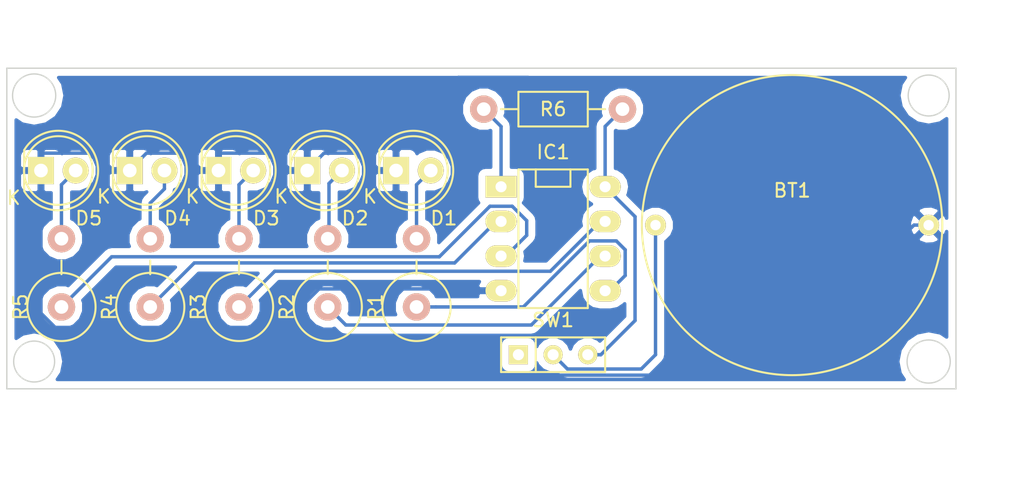
<source format=kicad_pcb>
(kicad_pcb (version 4) (host pcbnew "(2015-06-30 BZR 5847, Git 785638a)-product")

  (general
    (links 20)
    (no_connects 0)
    (area 125.449999 84.949999 195.050001 108.550001)
    (thickness 1.6)
    (drawings 8)
    (tracks 90)
    (zones 0)
    (modules 14)
    (nets 16)
  )

  (page A4)
  (layers
    (0 F.Cu signal)
    (31 B.Cu signal)
    (32 B.Adhes user)
    (33 F.Adhes user)
    (34 B.Paste user)
    (35 F.Paste user)
    (36 B.SilkS user)
    (37 F.SilkS user)
    (38 B.Mask user)
    (39 F.Mask user)
    (40 Dwgs.User user)
    (41 Cmts.User user)
    (42 Eco1.User user)
    (43 Eco2.User user)
    (44 Edge.Cuts user)
    (45 Margin user)
    (46 B.CrtYd user)
    (47 F.CrtYd user)
    (48 B.Fab user)
    (49 F.Fab user)
  )

  (setup
    (last_trace_width 0.25)
    (trace_clearance 0.2)
    (zone_clearance 0.508)
    (zone_45_only no)
    (trace_min 0.2)
    (segment_width 0.2)
    (edge_width 0.1)
    (via_size 0.6)
    (via_drill 0.4)
    (via_min_size 0.4)
    (via_min_drill 0.3)
    (uvia_size 0.3)
    (uvia_drill 0.1)
    (uvias_allowed no)
    (uvia_min_size 0.2)
    (uvia_min_drill 0.1)
    (pcb_text_width 0.3)
    (pcb_text_size 1.5 1.5)
    (mod_edge_width 0.15)
    (mod_text_size 1 1)
    (mod_text_width 0.15)
    (pad_size 1.5 1.5)
    (pad_drill 0.6)
    (pad_to_mask_clearance 0)
    (aux_axis_origin 0 0)
    (visible_elements 7FFFFFFF)
    (pcbplotparams
      (layerselection 0x00030_80000001)
      (usegerberextensions false)
      (excludeedgelayer true)
      (linewidth 0.100000)
      (plotframeref false)
      (viasonmask false)
      (mode 1)
      (useauxorigin false)
      (hpglpennumber 1)
      (hpglpenspeed 20)
      (hpglpendiameter 15)
      (hpglpenoverlay 2)
      (psnegative false)
      (psa4output false)
      (plotreference true)
      (plotvalue true)
      (plotinvisibletext false)
      (padsonsilk false)
      (subtractmaskfromsilk false)
      (outputformat 1)
      (mirror false)
      (drillshape 1)
      (scaleselection 1)
      (outputdirectory ""))
  )

  (net 0 "")
  (net 1 GND)
  (net 2 /D0)
  (net 3 /D1)
  (net 4 /D2)
  (net 5 /D3)
  (net 6 /D4)
  (net 7 /~R)
  (net 8 "Net-(IC1-Pad2)")
  (net 9 "Net-(IC1-Pad3)")
  (net 10 /MOSI)
  (net 11 /MISO)
  (net 12 /SCK)
  (net 13 /3V3)
  (net 14 "Net-(SW1-Pad1)")
  (net 15 "Net-(BT1-Pad1)")

  (net_class Default "This is the default net class."
    (clearance 0.2)
    (trace_width 0.25)
    (via_dia 0.6)
    (via_drill 0.4)
    (uvia_dia 0.3)
    (uvia_drill 0.1)
    (add_net /3V3)
    (add_net /D0)
    (add_net /D1)
    (add_net /D2)
    (add_net /D3)
    (add_net /D4)
    (add_net /MISO)
    (add_net /MOSI)
    (add_net /SCK)
    (add_net /~R)
    (add_net GND)
    (add_net "Net-(BT1-Pad1)")
    (add_net "Net-(IC1-Pad2)")
    (add_net "Net-(IC1-Pad3)")
    (add_net "Net-(SW1-Pad1)")
  )

  (module LEDs:LED-5MM (layer F.Cu) (tedit 560CF2E6) (tstamp 560BD7BC)
    (at 154 92.5)
    (descr "LED 5mm round vertical")
    (tags "LED 5mm round vertical")
    (path /560BB104)
    (fp_text reference D1 (at 3.5 3.5) (layer F.SilkS)
      (effects (font (size 1 1) (thickness 0.15)))
    )
    (fp_text value LED (at 1.524 -3.937) (layer F.Fab)
      (effects (font (size 1 1) (thickness 0.15)))
    )
    (fp_line (start -1.5 -1.55) (end -1.5 1.55) (layer F.CrtYd) (width 0.05))
    (fp_arc (start 1.3 0) (end -1.5 1.55) (angle -302) (layer F.CrtYd) (width 0.05))
    (fp_arc (start 1.27 0) (end -1.23 -1.5) (angle 297.5) (layer F.SilkS) (width 0.15))
    (fp_line (start -1.23 1.5) (end -1.23 -1.5) (layer F.SilkS) (width 0.15))
    (fp_circle (center 1.27 0) (end 0.97 -2.5) (layer F.SilkS) (width 0.15))
    (fp_text user K (at -1.905 1.905) (layer F.SilkS)
      (effects (font (size 1 1) (thickness 0.15)))
    )
    (pad 1 thru_hole rect (at 0 0 90) (size 2 1.9) (drill 1.00076) (layers *.Cu *.Mask F.SilkS)
      (net 1 GND))
    (pad 2 thru_hole circle (at 2.54 0) (size 1.9 1.9) (drill 1.00076) (layers *.Cu *.Mask F.SilkS)
      (net 2 /D0))
    (model LEDs.3dshapes/LED-5MM.wrl
      (at (xyz 0.05 0 0))
      (scale (xyz 1 1 1))
      (rotate (xyz 0 0 90))
    )
  )

  (module LEDs:LED-5MM (layer F.Cu) (tedit 560CF2E4) (tstamp 560BD7C2)
    (at 147.5 92.5)
    (descr "LED 5mm round vertical")
    (tags "LED 5mm round vertical")
    (path /560BB1FF)
    (fp_text reference D2 (at 3.5 3.5) (layer F.SilkS)
      (effects (font (size 1 1) (thickness 0.15)))
    )
    (fp_text value LED (at 1.524 -3.937) (layer F.Fab)
      (effects (font (size 1 1) (thickness 0.15)))
    )
    (fp_line (start -1.5 -1.55) (end -1.5 1.55) (layer F.CrtYd) (width 0.05))
    (fp_arc (start 1.3 0) (end -1.5 1.55) (angle -302) (layer F.CrtYd) (width 0.05))
    (fp_arc (start 1.27 0) (end -1.23 -1.5) (angle 297.5) (layer F.SilkS) (width 0.15))
    (fp_line (start -1.23 1.5) (end -1.23 -1.5) (layer F.SilkS) (width 0.15))
    (fp_circle (center 1.27 0) (end 0.97 -2.5) (layer F.SilkS) (width 0.15))
    (fp_text user K (at -1.905 1.905) (layer F.SilkS)
      (effects (font (size 1 1) (thickness 0.15)))
    )
    (pad 1 thru_hole rect (at 0 0 90) (size 2 1.9) (drill 1.00076) (layers *.Cu *.Mask F.SilkS)
      (net 1 GND))
    (pad 2 thru_hole circle (at 2.54 0) (size 1.9 1.9) (drill 1.00076) (layers *.Cu *.Mask F.SilkS)
      (net 3 /D1))
    (model LEDs.3dshapes/LED-5MM.wrl
      (at (xyz 0.05 0 0))
      (scale (xyz 1 1 1))
      (rotate (xyz 0 0 90))
    )
  )

  (module LEDs:LED-5MM (layer F.Cu) (tedit 560CF2E0) (tstamp 560BD7C8)
    (at 141 92.5)
    (descr "LED 5mm round vertical")
    (tags "LED 5mm round vertical")
    (path /560BB22E)
    (fp_text reference D3 (at 3.5 3.5) (layer F.SilkS)
      (effects (font (size 1 1) (thickness 0.15)))
    )
    (fp_text value LED (at 1.524 -3.937) (layer F.Fab)
      (effects (font (size 1 1) (thickness 0.15)))
    )
    (fp_line (start -1.5 -1.55) (end -1.5 1.55) (layer F.CrtYd) (width 0.05))
    (fp_arc (start 1.3 0) (end -1.5 1.55) (angle -302) (layer F.CrtYd) (width 0.05))
    (fp_arc (start 1.27 0) (end -1.23 -1.5) (angle 297.5) (layer F.SilkS) (width 0.15))
    (fp_line (start -1.23 1.5) (end -1.23 -1.5) (layer F.SilkS) (width 0.15))
    (fp_circle (center 1.27 0) (end 0.97 -2.5) (layer F.SilkS) (width 0.15))
    (fp_text user K (at -1.905 1.905) (layer F.SilkS)
      (effects (font (size 1 1) (thickness 0.15)))
    )
    (pad 1 thru_hole rect (at 0 0 90) (size 2 1.9) (drill 1.00076) (layers *.Cu *.Mask F.SilkS)
      (net 1 GND))
    (pad 2 thru_hole circle (at 2.54 0) (size 1.9 1.9) (drill 1.00076) (layers *.Cu *.Mask F.SilkS)
      (net 4 /D2))
    (model LEDs.3dshapes/LED-5MM.wrl
      (at (xyz 0.05 0 0))
      (scale (xyz 1 1 1))
      (rotate (xyz 0 0 90))
    )
  )

  (module LEDs:LED-5MM (layer F.Cu) (tedit 560CF2DE) (tstamp 560BD7CE)
    (at 134.5 92.5)
    (descr "LED 5mm round vertical")
    (tags "LED 5mm round vertical")
    (path /560BB260)
    (fp_text reference D4 (at 3.5 3.5) (layer F.SilkS)
      (effects (font (size 1 1) (thickness 0.15)))
    )
    (fp_text value LED (at 1.524 -3.937) (layer F.Fab)
      (effects (font (size 1 1) (thickness 0.15)))
    )
    (fp_line (start -1.5 -1.55) (end -1.5 1.55) (layer F.CrtYd) (width 0.05))
    (fp_arc (start 1.3 0) (end -1.5 1.55) (angle -302) (layer F.CrtYd) (width 0.05))
    (fp_arc (start 1.27 0) (end -1.23 -1.5) (angle 297.5) (layer F.SilkS) (width 0.15))
    (fp_line (start -1.23 1.5) (end -1.23 -1.5) (layer F.SilkS) (width 0.15))
    (fp_circle (center 1.27 0) (end 0.97 -2.5) (layer F.SilkS) (width 0.15))
    (fp_text user K (at -1.905 1.905) (layer F.SilkS)
      (effects (font (size 1 1) (thickness 0.15)))
    )
    (pad 1 thru_hole rect (at 0 0 90) (size 2 1.9) (drill 1.00076) (layers *.Cu *.Mask F.SilkS)
      (net 1 GND))
    (pad 2 thru_hole circle (at 2.54 0) (size 1.9 1.9) (drill 1.00076) (layers *.Cu *.Mask F.SilkS)
      (net 5 /D3))
    (model LEDs.3dshapes/LED-5MM.wrl
      (at (xyz 0.05 0 0))
      (scale (xyz 1 1 1))
      (rotate (xyz 0 0 90))
    )
  )

  (module LEDs:LED-5MM (layer F.Cu) (tedit 560CF2EF) (tstamp 560BD7D4)
    (at 128 92.5)
    (descr "LED 5mm round vertical")
    (tags "LED 5mm round vertical")
    (path /560BB295)
    (fp_text reference D5 (at 3.5 3.5) (layer F.SilkS)
      (effects (font (size 1 1) (thickness 0.15)))
    )
    (fp_text value LED (at 2.5 -4) (layer F.Fab)
      (effects (font (size 1 1) (thickness 0.15)))
    )
    (fp_line (start -1.5 -1.55) (end -1.5 1.55) (layer F.CrtYd) (width 0.05))
    (fp_arc (start 1.3 0) (end -1.5 1.55) (angle -302) (layer F.CrtYd) (width 0.05))
    (fp_arc (start 1.27 0) (end -1.23 -1.5) (angle 297.5) (layer F.SilkS) (width 0.15))
    (fp_line (start -1.23 1.5) (end -1.23 -1.5) (layer F.SilkS) (width 0.15))
    (fp_circle (center 1.27 0) (end 0.97 -2.5) (layer F.SilkS) (width 0.15))
    (fp_text user K (at -2 2) (layer F.SilkS)
      (effects (font (size 1 1) (thickness 0.15)))
    )
    (pad 1 thru_hole rect (at 0 0 90) (size 2 1.9) (drill 1.00076) (layers *.Cu *.Mask F.SilkS)
      (net 1 GND))
    (pad 2 thru_hole circle (at 2.54 0) (size 1.9 1.9) (drill 1.00076) (layers *.Cu *.Mask F.SilkS)
      (net 6 /D4))
    (model LEDs.3dshapes/LED-5MM.wrl
      (at (xyz 0.05 0 0))
      (scale (xyz 1 1 1))
      (rotate (xyz 0 0 90))
    )
  )

  (module Sockets_DIP:DIP-8__300_ELL (layer F.Cu) (tedit 0) (tstamp 560BD7E0)
    (at 165.5 97.5 270)
    (descr "8 pins DIL package, elliptical pads")
    (tags DIL)
    (path /560BAE1F)
    (fp_text reference IC1 (at -6.35 0 360) (layer F.SilkS)
      (effects (font (size 1 1) (thickness 0.15)))
    )
    (fp_text value ATTINY85-P (at 0 0 270) (layer F.Fab)
      (effects (font (size 1 1) (thickness 0.15)))
    )
    (fp_line (start -5.08 -1.27) (end -3.81 -1.27) (layer F.SilkS) (width 0.15))
    (fp_line (start -3.81 -1.27) (end -3.81 1.27) (layer F.SilkS) (width 0.15))
    (fp_line (start -3.81 1.27) (end -5.08 1.27) (layer F.SilkS) (width 0.15))
    (fp_line (start -5.08 -2.54) (end 5.08 -2.54) (layer F.SilkS) (width 0.15))
    (fp_line (start 5.08 -2.54) (end 5.08 2.54) (layer F.SilkS) (width 0.15))
    (fp_line (start 5.08 2.54) (end -5.08 2.54) (layer F.SilkS) (width 0.15))
    (fp_line (start -5.08 2.54) (end -5.08 -2.54) (layer F.SilkS) (width 0.15))
    (pad 1 thru_hole rect (at -3.81 3.81 270) (size 1.5748 2.286) (drill 0.8128) (layers *.Cu *.Mask F.SilkS)
      (net 7 /~R))
    (pad 2 thru_hole oval (at -1.27 3.81 270) (size 1.5748 2.286) (drill 0.8128) (layers *.Cu *.Mask F.SilkS)
      (net 8 "Net-(IC1-Pad2)"))
    (pad 3 thru_hole oval (at 1.27 3.81 270) (size 1.5748 2.286) (drill 0.8128) (layers *.Cu *.Mask F.SilkS)
      (net 9 "Net-(IC1-Pad3)"))
    (pad 4 thru_hole oval (at 3.81 3.81 270) (size 1.5748 2.286) (drill 0.8128) (layers *.Cu *.Mask F.SilkS)
      (net 1 GND))
    (pad 5 thru_hole oval (at 3.81 -3.81 270) (size 1.5748 2.286) (drill 0.8128) (layers *.Cu *.Mask F.SilkS)
      (net 10 /MOSI))
    (pad 6 thru_hole oval (at 1.27 -3.81 270) (size 1.5748 2.286) (drill 0.8128) (layers *.Cu *.Mask F.SilkS)
      (net 11 /MISO))
    (pad 7 thru_hole oval (at -1.27 -3.81 270) (size 1.5748 2.286) (drill 0.8128) (layers *.Cu *.Mask F.SilkS)
      (net 12 /SCK))
    (pad 8 thru_hole oval (at -3.81 -3.81 270) (size 1.5748 2.286) (drill 0.8128) (layers *.Cu *.Mask F.SilkS)
      (net 13 /3V3))
    (model Sockets_DIP.3dshapes/DIP-8__300_ELL.wrl
      (at (xyz 0 0 0))
      (scale (xyz 1 1 1))
      (rotate (xyz 0 0 0))
    )
  )

  (module Resistors_ThroughHole:Resistor_Vertical_RM5mm (layer F.Cu) (tedit 560CF2D5) (tstamp 560BD7F0)
    (at 155.5 100 90)
    (descr "Resistor, Vertical, RM 5mm, 1/3W,")
    (tags "Resistor, Vertical, RM 5mm, 1/3W,")
    (path /560BAEE9)
    (fp_text reference R1 (at -2.5 -3 90) (layer F.SilkS)
      (effects (font (size 1 1) (thickness 0.15)))
    )
    (fp_text value 1K (at 0 4.50088 90) (layer F.Fab)
      (effects (font (size 1 1) (thickness 0.15)))
    )
    (fp_line (start -0.09906 0) (end 0.9017 0) (layer F.SilkS) (width 0.15))
    (fp_circle (center -2.49936 0) (end 0 0) (layer F.SilkS) (width 0.15))
    (pad 1 thru_hole circle (at -2.49936 0 90) (size 1.99898 1.99898) (drill 1.00076) (layers *.Cu *.SilkS *.Mask)
      (net 10 /MOSI))
    (pad 2 thru_hole circle (at 2.5019 0 90) (size 1.99898 1.99898) (drill 1.00076) (layers *.Cu *.SilkS *.Mask)
      (net 2 /D0))
  )

  (module Resistors_ThroughHole:Resistor_Vertical_RM5mm (layer F.Cu) (tedit 560CF2D3) (tstamp 560BD7F6)
    (at 149 100 90)
    (descr "Resistor, Vertical, RM 5mm, 1/3W,")
    (tags "Resistor, Vertical, RM 5mm, 1/3W,")
    (path /560BAFBA)
    (fp_text reference R2 (at -2.5 -3 90) (layer F.SilkS)
      (effects (font (size 1 1) (thickness 0.15)))
    )
    (fp_text value 1K (at 0 4.50088 90) (layer F.Fab)
      (effects (font (size 1 1) (thickness 0.15)))
    )
    (fp_line (start -0.09906 0) (end 0.9017 0) (layer F.SilkS) (width 0.15))
    (fp_circle (center -2.49936 0) (end 0 0) (layer F.SilkS) (width 0.15))
    (pad 1 thru_hole circle (at -2.49936 0 90) (size 1.99898 1.99898) (drill 1.00076) (layers *.Cu *.SilkS *.Mask)
      (net 11 /MISO))
    (pad 2 thru_hole circle (at 2.5019 0 90) (size 1.99898 1.99898) (drill 1.00076) (layers *.Cu *.SilkS *.Mask)
      (net 3 /D1))
  )

  (module Resistors_ThroughHole:Resistor_Vertical_RM5mm (layer F.Cu) (tedit 560CF2D1) (tstamp 560BD7FC)
    (at 142.5 100 90)
    (descr "Resistor, Vertical, RM 5mm, 1/3W,")
    (tags "Resistor, Vertical, RM 5mm, 1/3W,")
    (path /560BAFD7)
    (fp_text reference R3 (at -2.5 -3 90) (layer F.SilkS)
      (effects (font (size 1 1) (thickness 0.15)))
    )
    (fp_text value 1K (at 0 4.50088 90) (layer F.Fab)
      (effects (font (size 1 1) (thickness 0.15)))
    )
    (fp_line (start -0.09906 0) (end 0.9017 0) (layer F.SilkS) (width 0.15))
    (fp_circle (center -2.49936 0) (end 0 0) (layer F.SilkS) (width 0.15))
    (pad 1 thru_hole circle (at -2.49936 0 90) (size 1.99898 1.99898) (drill 1.00076) (layers *.Cu *.SilkS *.Mask)
      (net 12 /SCK))
    (pad 2 thru_hole circle (at 2.5019 0 90) (size 1.99898 1.99898) (drill 1.00076) (layers *.Cu *.SilkS *.Mask)
      (net 4 /D2))
  )

  (module Resistors_ThroughHole:Resistor_Vertical_RM5mm (layer F.Cu) (tedit 560CF2CC) (tstamp 560BD802)
    (at 136 100 90)
    (descr "Resistor, Vertical, RM 5mm, 1/3W,")
    (tags "Resistor, Vertical, RM 5mm, 1/3W,")
    (path /560BAFFF)
    (fp_text reference R4 (at -2.5 -3 90) (layer F.SilkS)
      (effects (font (size 1 1) (thickness 0.15)))
    )
    (fp_text value 1K (at 0 4.50088 90) (layer F.Fab)
      (effects (font (size 1 1) (thickness 0.15)))
    )
    (fp_line (start -0.09906 0) (end 0.9017 0) (layer F.SilkS) (width 0.15))
    (fp_circle (center -2.49936 0) (end 0 0) (layer F.SilkS) (width 0.15))
    (pad 1 thru_hole circle (at -2.49936 0 90) (size 1.99898 1.99898) (drill 1.00076) (layers *.Cu *.SilkS *.Mask)
      (net 8 "Net-(IC1-Pad2)"))
    (pad 2 thru_hole circle (at 2.5019 0 90) (size 1.99898 1.99898) (drill 1.00076) (layers *.Cu *.SilkS *.Mask)
      (net 5 /D3))
  )

  (module Resistors_ThroughHole:Resistor_Vertical_RM5mm (layer F.Cu) (tedit 560CF2CF) (tstamp 560BD808)
    (at 129.5 100 90)
    (descr "Resistor, Vertical, RM 5mm, 1/3W,")
    (tags "Resistor, Vertical, RM 5mm, 1/3W,")
    (path /560BB022)
    (fp_text reference R5 (at -2.5 -3 90) (layer F.SilkS)
      (effects (font (size 1 1) (thickness 0.15)))
    )
    (fp_text value 1K (at 0.762 2.032 90) (layer F.Fab)
      (effects (font (size 1 1) (thickness 0.15)))
    )
    (fp_line (start -0.09906 0) (end 0.9017 0) (layer F.SilkS) (width 0.15))
    (fp_circle (center -2.49936 0) (end 0 0) (layer F.SilkS) (width 0.15))
    (pad 1 thru_hole circle (at -2.49936 0 90) (size 1.99898 1.99898) (drill 1.00076) (layers *.Cu *.SilkS *.Mask)
      (net 9 "Net-(IC1-Pad3)"))
    (pad 2 thru_hole circle (at 2.5019 0 90) (size 1.99898 1.99898) (drill 1.00076) (layers *.Cu *.SilkS *.Mask)
      (net 6 /D4))
  )

  (module Resistors_ThroughHole:Resistor_Horizontal_RM10mm (layer F.Cu) (tedit 560CF2AB) (tstamp 560BD80E)
    (at 165.5 88)
    (descr "Resistor, Axial,  RM 10mm, 1/3W,")
    (tags "Resistor, Axial, RM 10mm, 1/3W,")
    (path /560BB048)
    (fp_text reference R6 (at 0 0) (layer F.SilkS)
      (effects (font (size 1 1) (thickness 0.15)))
    )
    (fp_text value 10K (at 3.81 3.81) (layer F.Fab)
      (effects (font (size 1 1) (thickness 0.15)))
    )
    (fp_line (start -2.54 -1.27) (end 2.54 -1.27) (layer F.SilkS) (width 0.15))
    (fp_line (start 2.54 -1.27) (end 2.54 1.27) (layer F.SilkS) (width 0.15))
    (fp_line (start 2.54 1.27) (end -2.54 1.27) (layer F.SilkS) (width 0.15))
    (fp_line (start -2.54 1.27) (end -2.54 -1.27) (layer F.SilkS) (width 0.15))
    (fp_line (start -2.54 0) (end -3.81 0) (layer F.SilkS) (width 0.15))
    (fp_line (start 2.54 0) (end 3.81 0) (layer F.SilkS) (width 0.15))
    (pad 1 thru_hole circle (at -5.08 0) (size 1.99898 1.99898) (drill 1.00076) (layers *.Cu *.SilkS *.Mask)
      (net 7 /~R))
    (pad 2 thru_hole circle (at 5.08 0) (size 1.99898 1.99898) (drill 1.00076) (layers *.Cu *.SilkS *.Mask)
      (net 13 /3V3))
    (model Resistors_ThroughHole.3dshapes/Resistor_Horizontal_RM10mm.wrl
      (at (xyz 0 0 0))
      (scale (xyz 0.4 0.4 0.4))
      (rotate (xyz 0 0 0))
    )
  )

  (module Buttons_Switches_ThroughHole:SW_Micro_SPST (layer F.Cu) (tedit 560CF407) (tstamp 560BD815)
    (at 165.5 106)
    (tags "Switch Micro SPST")
    (path /560BB533)
    (fp_text reference SW1 (at 0 -2.54) (layer F.SilkS)
      (effects (font (size 1 1) (thickness 0.15)))
    )
    (fp_text value SPDT (at -6.5 0) (layer F.Fab)
      (effects (font (size 1 1) (thickness 0.15)))
    )
    (fp_line (start -3.81 1.27) (end -3.81 -1.27) (layer F.SilkS) (width 0.15))
    (fp_line (start -3.81 -1.27) (end 3.81 -1.27) (layer F.SilkS) (width 0.15))
    (fp_line (start 3.81 -1.27) (end 3.81 1.27) (layer F.SilkS) (width 0.15))
    (fp_line (start 3.81 1.27) (end -3.81 1.27) (layer F.SilkS) (width 0.15))
    (fp_line (start -1.27 -1.27) (end -1.27 1.27) (layer F.SilkS) (width 0.15))
    (pad 1 thru_hole rect (at -2.54 0) (size 1.397 1.397) (drill 0.8128) (layers *.Cu *.Mask F.SilkS)
      (net 14 "Net-(SW1-Pad1)"))
    (pad 2 thru_hole circle (at 0 0) (size 1.397 1.397) (drill 0.8128) (layers *.Cu *.Mask F.SilkS)
      (net 15 "Net-(BT1-Pad1)"))
    (pad 3 thru_hole circle (at 2.54 0) (size 1.397 1.397) (drill 0.8128) (layers *.Cu *.Mask F.SilkS)
      (net 13 /3V3))
    (model Buttons_Switches_ThroughHole.3dshapes/SW_Micro_SPST.wrl
      (at (xyz 0 0 0))
      (scale (xyz 0.33 0.33 0.33))
      (rotate (xyz 0 0 0))
    )
  )

  (module terminal:CR2032 (layer F.Cu) (tedit 560BD848) (tstamp 560BD8E2)
    (at 183 96.5 180)
    (path /560BB5DC)
    (fp_text reference BT1 (at 0 2.54 180) (layer F.SilkS)
      (effects (font (size 1 1) (thickness 0.15)))
    )
    (fp_text value CR2032 (at 0 -3.556 180) (layer F.Fab)
      (effects (font (size 1 1) (thickness 0.15)))
    )
    (fp_circle (center 0 0) (end 11 0) (layer F.SilkS) (width 0.15))
    (pad 1 thru_hole circle (at 10 0 180) (size 1.524 1.524) (drill 0.762) (layers *.Cu *.Mask F.SilkS)
      (net 15 "Net-(BT1-Pad1)"))
    (pad 2 thru_hole circle (at -10 0 180) (size 1.524 1.524) (drill 0.762) (layers *.Cu *.Mask F.SilkS)
      (net 1 GND))
  )

  (gr_circle (center 127.5 87) (end 129 87.5) (layer Edge.Cuts) (width 0.1))
  (gr_circle (center 127.5 106.5) (end 129 106.5) (layer Edge.Cuts) (width 0.1))
  (gr_circle (center 193 106.5) (end 194.5 107) (layer Edge.Cuts) (width 0.1))
  (gr_circle (center 193 87) (end 194.5 87) (layer Edge.Cuts) (width 0.1))
  (gr_line (start 125.5 85) (end 195 85) (angle 90) (layer Edge.Cuts) (width 0.1))
  (gr_line (start 125.5 108.5) (end 125.5 85) (angle 90) (layer Edge.Cuts) (width 0.1))
  (gr_line (start 195 108.5) (end 125.5 108.5) (angle 90) (layer Edge.Cuts) (width 0.1))
  (gr_line (start 195 85) (end 195 108.5) (angle 90) (layer Edge.Cuts) (width 0.1))

  (segment (start 128 92.5) (end 128 102.959608) (width 0.25) (layer B.Cu) (net 1))
  (segment (start 128 102.959608) (end 129.040392 104) (width 0.25) (layer B.Cu) (net 1))
  (segment (start 129.040392 104) (end 146.5 104) (width 0.25) (layer B.Cu) (net 1))
  (segment (start 128 92.5) (end 128 91.25) (width 0.25) (layer B.Cu) (net 1))
  (segment (start 133.3 92.5) (end 134.5 92.5) (width 0.25) (layer B.Cu) (net 1))
  (segment (start 128 91.25) (end 128.025001 91.224999) (width 0.25) (layer B.Cu) (net 1))
  (segment (start 128.025001 91.224999) (end 132.024999 91.224999) (width 0.25) (layer B.Cu) (net 1))
  (segment (start 132.024999 91.224999) (end 133.3 92.5) (width 0.25) (layer B.Cu) (net 1))
  (segment (start 154 92.5) (end 154 91.25) (width 0.25) (layer B.Cu) (net 1))
  (segment (start 154 91.25) (end 158.574491 85.675509) (width 0.25) (layer B.Cu) (net 1))
  (segment (start 158.574491 85.675509) (end 163.675509 85.675509) (width 0.25) (layer B.Cu) (net 1))
  (segment (start 147.5 92.5) (end 147.5 92.45) (width 0.25) (layer B.Cu) (net 1))
  (segment (start 147.5 92.45) (end 148.725001 91.224999) (width 0.25) (layer B.Cu) (net 1))
  (segment (start 148.725001 91.224999) (end 151.524999 91.224999) (width 0.25) (layer B.Cu) (net 1))
  (segment (start 151.524999 91.224999) (end 152.8 92.5) (width 0.25) (layer B.Cu) (net 1))
  (segment (start 152.8 92.5) (end 154 92.5) (width 0.25) (layer B.Cu) (net 1))
  (segment (start 141 92.5) (end 141 91.25) (width 0.25) (layer B.Cu) (net 1))
  (segment (start 141 91.25) (end 141.025001 91.224999) (width 0.25) (layer B.Cu) (net 1))
  (segment (start 141.025001 91.224999) (end 145.024999 91.224999) (width 0.25) (layer B.Cu) (net 1))
  (segment (start 145.024999 91.224999) (end 146.3 92.5) (width 0.25) (layer B.Cu) (net 1))
  (segment (start 146.3 92.5) (end 147.5 92.5) (width 0.25) (layer B.Cu) (net 1))
  (segment (start 134.5 92.5) (end 134.5 92.45) (width 0.25) (layer B.Cu) (net 1))
  (segment (start 134.5 92.45) (end 135.725001 91.224999) (width 0.25) (layer B.Cu) (net 1))
  (segment (start 135.725001 91.224999) (end 138.524999 91.224999) (width 0.25) (layer B.Cu) (net 1))
  (segment (start 138.524999 91.224999) (end 139.8 92.5) (width 0.25) (layer B.Cu) (net 1))
  (segment (start 139.8 92.5) (end 141 92.5) (width 0.25) (layer B.Cu) (net 1))
  (segment (start 146.5 104) (end 146.5 103.039112) (width 0.25) (layer B.Cu) (net 1))
  (segment (start 146.5 103.039112) (end 148.364243 101.174869) (width 0.25) (layer B.Cu) (net 1))
  (segment (start 148.364243 101.174869) (end 160.161869 101.174869) (width 0.25) (layer B.Cu) (net 1))
  (segment (start 160.161869 101.174869) (end 160.297 101.31) (width 0.25) (layer B.Cu) (net 1))
  (segment (start 160.297 101.31) (end 161.69 101.31) (width 0.25) (layer B.Cu) (net 1))
  (segment (start 150 107.5) (end 146.5 104) (width 0.25) (layer B.Cu) (net 1))
  (segment (start 180.92237 107.5) (end 150 107.5) (width 0.25) (layer B.Cu) (net 1))
  (segment (start 193 96.5) (end 191.92237 96.5) (width 0.25) (layer B.Cu) (net 1))
  (segment (start 191.92237 96.5) (end 180.92237 107.5) (width 0.25) (layer B.Cu) (net 1))
  (segment (start 156.54 92.5) (end 155.5 93.54) (width 0.25) (layer B.Cu) (net 2))
  (segment (start 155.5 93.54) (end 155.5 97.4981) (width 0.25) (layer B.Cu) (net 2))
  (segment (start 150.04 92.5) (end 149.090001 93.449999) (width 0.25) (layer B.Cu) (net 3))
  (segment (start 149.090001 93.449999) (end 149.090001 97.408099) (width 0.25) (layer B.Cu) (net 3))
  (segment (start 149.090001 97.408099) (end 149 97.4981) (width 0.25) (layer B.Cu) (net 3))
  (segment (start 143.54 92.5) (end 142.5 93.54) (width 0.25) (layer B.Cu) (net 4))
  (segment (start 142.5 93.54) (end 142.5 97.4981) (width 0.25) (layer B.Cu) (net 4))
  (segment (start 137.04 92.5) (end 137.04 93.843502) (width 0.25) (layer B.Cu) (net 5))
  (segment (start 137.04 93.843502) (end 136 94.883502) (width 0.25) (layer B.Cu) (net 5))
  (segment (start 136 94.883502) (end 136 97.4981) (width 0.25) (layer B.Cu) (net 5))
  (segment (start 130.54 92.5) (end 129.5 93.54) (width 0.25) (layer B.Cu) (net 6))
  (segment (start 129.5 93.54) (end 129.5 97.4981) (width 0.25) (layer B.Cu) (net 6))
  (segment (start 161.69 93.69) (end 161.69 89.27) (width 0.25) (layer B.Cu) (net 7))
  (segment (start 161.69 89.27) (end 160.42 88) (width 0.25) (layer B.Cu) (net 7) (tstamp 560BDF0A))
  (segment (start 161.3344 96.23) (end 161.69 96.23) (width 0.25) (layer B.Cu) (net 8))
  (segment (start 158.291799 99.272601) (end 161.3344 96.23) (width 0.25) (layer B.Cu) (net 8))
  (segment (start 139.226759 99.272601) (end 158.291799 99.272601) (width 0.25) (layer B.Cu) (net 8))
  (segment (start 136 102.49936) (end 139.226759 99.272601) (width 0.25) (layer B.Cu) (net 8))
  (segment (start 162.0456 98.77) (end 161.69 98.77) (width 0.25) (layer B.Cu) (net 9))
  (segment (start 162.506375 95.11759) (end 163.566071 96.177286) (width 0.25) (layer B.Cu) (net 9))
  (segment (start 160.873625 95.11759) (end 162.506375 95.11759) (width 0.25) (layer B.Cu) (net 9))
  (segment (start 157.168624 98.822591) (end 160.873625 95.11759) (width 0.25) (layer B.Cu) (net 9))
  (segment (start 129.5 102.49936) (end 133.176769 98.822591) (width 0.25) (layer B.Cu) (net 9))
  (segment (start 163.566071 97.249529) (end 162.0456 98.77) (width 0.25) (layer B.Cu) (net 9))
  (segment (start 163.566071 96.177286) (end 163.566071 97.249529) (width 0.25) (layer B.Cu) (net 9))
  (segment (start 133.176769 98.822591) (end 157.168624 98.822591) (width 0.25) (layer B.Cu) (net 9))
  (segment (start 169.31 101.31) (end 169.6656 101.31) (width 0.25) (layer B.Cu) (net 10))
  (segment (start 169.6656 101.31) (end 170.77801 100.19759) (width 0.25) (layer B.Cu) (net 10))
  (segment (start 170.77801 100.19759) (end 170.77801 98.309225) (width 0.25) (layer B.Cu) (net 10))
  (segment (start 170.77801 98.309225) (end 170.126375 97.65759) (width 0.25) (layer B.Cu) (net 10))
  (segment (start 170.126375 97.65759) (end 168.16322 97.65759) (width 0.25) (layer B.Cu) (net 10))
  (segment (start 168.16322 97.65759) (end 163.32145 102.49936) (width 0.25) (layer B.Cu) (net 10))
  (segment (start 163.32145 102.49936) (end 156.913492 102.49936) (width 0.25) (layer B.Cu) (net 10))
  (segment (start 156.913492 102.49936) (end 155.5 102.49936) (width 0.25) (layer B.Cu) (net 10))
  (segment (start 169.31 101.31) (end 169.31 101.69) (width 0.25) (layer B.Cu) (net 10))
  (segment (start 156.00064 103) (end 155.5 102.49936) (width 0.25) (layer B.Cu) (net 10) (tstamp 560BDF11))
  (segment (start 149 102.49936) (end 150.324491 103.823851) (width 0.25) (layer B.Cu) (net 11))
  (segment (start 150.324491 103.823851) (end 163.900549 103.823851) (width 0.25) (layer B.Cu) (net 11))
  (segment (start 163.900549 103.823851) (end 168.9544 98.77) (width 0.25) (layer B.Cu) (net 11))
  (segment (start 168.9544 98.77) (end 169.31 98.77) (width 0.25) (layer B.Cu) (net 11))
  (segment (start 142.5 102.49936) (end 145.11695 99.88241) (width 0.25) (layer B.Cu) (net 12))
  (segment (start 145.11695 99.88241) (end 165.30199 99.88241) (width 0.25) (layer B.Cu) (net 12))
  (segment (start 165.30199 99.88241) (end 168.9544 96.23) (width 0.25) (layer B.Cu) (net 12))
  (segment (start 168.9544 96.23) (end 169.31 96.23) (width 0.25) (layer B.Cu) (net 12))
  (segment (start 169.31 93.69) (end 169.31 89.27) (width 0.25) (layer B.Cu) (net 13))
  (segment (start 169.31 89.27) (end 170.58 88) (width 0.25) (layer B.Cu) (net 13) (tstamp 560BDF05))
  (segment (start 168.04 106) (end 169 106) (width 0.25) (layer B.Cu) (net 13))
  (segment (start 171.5 95.88) (end 169.31 93.69) (width 0.25) (layer B.Cu) (net 13) (tstamp 560BDED6))
  (segment (start 171.5 103.5) (end 171.5 95.88) (width 0.25) (layer B.Cu) (net 13) (tstamp 560BDED4))
  (segment (start 169 106) (end 171.5 103.5) (width 0.25) (layer B.Cu) (net 13) (tstamp 560BDED3))
  (segment (start 166.198499 106.698499) (end 165.5 106) (width 0.25) (layer B.Cu) (net 15))
  (segment (start 166.54999 107.04999) (end 166.198499 106.698499) (width 0.25) (layer B.Cu) (net 15))
  (segment (start 171.95001 107.04999) (end 166.54999 107.04999) (width 0.25) (layer B.Cu) (net 15))
  (segment (start 173 106) (end 171.95001 107.04999) (width 0.25) (layer B.Cu) (net 15))
  (segment (start 173 96.5) (end 173 106) (width 0.25) (layer B.Cu) (net 15))

  (zone (net 1) (net_name GND) (layer B.Cu) (tstamp 560CF355) (hatch edge 0.508)
    (connect_pads (clearance 0.508))
    (min_thickness 0.254)
    (fill yes (arc_segments 16) (thermal_gap 0.508) (thermal_bridge_width 0.508))
    (polygon
      (pts
        (xy 200 115) (xy 125 115) (xy 125 80) (xy 200 80)
      )
    )
    (filled_polygon
      (pts
        (xy 190.981323 86.163837) (xy 190.815 87) (xy 190.981323 87.836163) (xy 191.454972 88.545028) (xy 192.163837 89.018677)
        (xy 193 89.185) (xy 193.836163 89.018677) (xy 194.315 88.698728) (xy 194.315 95.99242) (xy 194.222397 95.768857)
        (xy 193.980213 95.699392) (xy 193.179605 96.5) (xy 193.980213 97.300608) (xy 194.222397 97.231143) (xy 194.315 96.97158)
        (xy 194.315 104.705562) (xy 193.867214 104.406361) (xy 193 104.233861) (xy 192.132786 104.406361) (xy 191.397598 104.897598)
        (xy 190.906361 105.632786) (xy 190.733861 106.5) (xy 190.906361 107.367214) (xy 191.205562 107.815) (xy 129.198728 107.815)
        (xy 129.518677 107.336163) (xy 129.685 106.5) (xy 129.518677 105.663837) (xy 129.045028 104.954972) (xy 128.336163 104.481323)
        (xy 127.5 104.315) (xy 126.663837 104.481323) (xy 126.185 104.801272) (xy 126.185 96.043604) (xy 128.74 96.043604)
        (xy 128.575345 96.111638) (xy 128.115154 96.571027) (xy 127.865794 97.171553) (xy 127.865226 97.821794) (xy 128.113538 98.422755)
        (xy 128.572927 98.882946) (xy 129.173453 99.132306) (xy 129.823694 99.132874) (xy 130.424655 98.884562) (xy 130.884846 98.425173)
        (xy 131.134206 97.824647) (xy 131.134774 97.174406) (xy 130.886462 96.573445) (xy 130.427073 96.113254) (xy 130.26 96.043879)
        (xy 130.26 94.084756) (xy 130.853893 94.085275) (xy 131.436657 93.844481) (xy 131.882914 93.399003) (xy 132.124724 92.816659)
        (xy 132.124889 92.627) (xy 133.07375 92.627) (xy 132.915 92.78575) (xy 132.915 93.626309) (xy 133.011673 93.859698)
        (xy 133.190301 94.038327) (xy 133.42369 94.135) (xy 134.21425 94.135) (xy 134.373 93.97625) (xy 134.373 92.627)
        (xy 133.07375 92.627) (xy 132.124889 92.627) (xy 132.125275 92.186107) (xy 131.884481 91.603343) (xy 131.439003 91.157086)
        (xy 130.856659 90.915276) (xy 130.226107 90.914725) (xy 129.643343 91.155519) (xy 129.538133 91.260545) (xy 129.488327 91.140302)
        (xy 129.309699 90.961673) (xy 129.07631 90.865) (xy 133.42369 90.865) (xy 133.190301 90.961673) (xy 133.011673 91.140302)
        (xy 132.915 91.373691) (xy 132.915 92.21425) (xy 133.07375 92.373) (xy 134.373 92.373) (xy 134.373 91.02375)
        (xy 134.21425 90.865) (xy 133.42369 90.865) (xy 129.07631 90.865) (xy 129.07631 90.865) (xy 128.28575 90.865)
        (xy 127.71425 90.865) (xy 127.71425 90.865) (xy 126.92369 90.865) (xy 126.690301 90.961673) (xy 126.511673 91.140302)
        (xy 126.415 91.373691) (xy 126.415 92.21425) (xy 126.57375 92.373) (xy 127.873 92.373) (xy 127.873 91.02375)
        (xy 127.71425 90.865) (xy 128.28575 90.865) (xy 127.71425 90.865) (xy 127.71425 90.865) (xy 128.28575 90.865)
        (xy 128.127 91.02375) (xy 128.127 92.373) (xy 128.147 92.373) (xy 128.147 92.627) (xy 128.127 92.627)
        (xy 127.873 92.627) (xy 127.873 92.627) (xy 126.57375 92.627) (xy 126.415 92.78575) (xy 126.415 93.626309)
        (xy 126.511673 93.859698) (xy 126.690301 94.038327) (xy 126.92369 94.135) (xy 127.71425 94.135) (xy 127.873 93.97625)
        (xy 127.873 92.627) (xy 128.127 92.627) (xy 127.873 92.627) (xy 127.873 92.627) (xy 128.127 92.627)
        (xy 128.127 93.97625) (xy 128.28575 94.135) (xy 128.74 94.135) (xy 128.74 96.043604) (xy 126.185 96.043604)
        (xy 126.185 88.794438) (xy 126.632786 89.093639) (xy 127.5 89.266139) (xy 128.367214 89.093639) (xy 129.102402 88.602402)
        (xy 129.593639 87.867214) (xy 129.766139 87) (xy 129.639875 86.365226) (xy 160.096306 86.365226) (xy 159.495345 86.613538)
        (xy 159.035154 87.072927) (xy 158.785794 87.673453) (xy 158.785226 88.323694) (xy 159.033538 88.924655) (xy 159.492927 89.384846)
        (xy 160.093453 89.634206) (xy 160.743694 89.634774) (xy 160.910889 89.565691) (xy 160.93 89.584802) (xy 160.93 92.25516)
        (xy 160.547 92.25516) (xy 160.304877 92.302137) (xy 160.092073 92.441927) (xy 159.949623 92.65296) (xy 159.89956 92.9026)
        (xy 159.89956 94.4774) (xy 159.946537 94.719523) (xy 160.045792 94.870621) (xy 157.134243 97.78217) (xy 157.134774 97.174406)
        (xy 156.886462 96.573445) (xy 156.427073 96.113254) (xy 156.26 96.043879) (xy 156.26 94.084756) (xy 156.853893 94.085275)
        (xy 157.436657 93.844481) (xy 157.882914 93.399003) (xy 158.124724 92.816659) (xy 158.125275 92.186107) (xy 157.884481 91.603343)
        (xy 157.439003 91.157086) (xy 156.856659 90.915276) (xy 156.226107 90.914725) (xy 155.643343 91.155519) (xy 155.538133 91.260545)
        (xy 155.488327 91.140302) (xy 155.309699 90.961673) (xy 155.07631 90.865) (xy 154.28575 90.865) (xy 154.127 91.02375)
        (xy 154.127 92.373) (xy 154.147 92.373) (xy 154.147 92.627) (xy 154.127 92.627) (xy 154.127 93.97625)
        (xy 154.28575 94.135) (xy 154.74 94.135) (xy 154.74 96.043604) (xy 154.575345 96.111638) (xy 154.115154 96.571027)
        (xy 153.865794 97.171553) (xy 153.865226 97.821794) (xy 153.964721 98.062591) (xy 150.535403 98.062591) (xy 150.634206 97.824647)
        (xy 150.634774 97.174406) (xy 150.386462 96.573445) (xy 149.927073 96.113254) (xy 149.850001 96.081251) (xy 149.850001 94.084835)
        (xy 150.353893 94.085275) (xy 150.936657 93.844481) (xy 151.382914 93.399003) (xy 151.624724 92.816659) (xy 151.624889 92.627)
        (xy 152.57375 92.627) (xy 152.415 92.78575) (xy 152.415 93.626309) (xy 152.511673 93.859698) (xy 152.690301 94.038327)
        (xy 152.92369 94.135) (xy 153.71425 94.135) (xy 153.873 93.97625) (xy 153.873 92.627) (xy 152.57375 92.627)
        (xy 151.624889 92.627) (xy 151.625275 92.186107) (xy 151.384481 91.603343) (xy 150.939003 91.157086) (xy 150.356659 90.915276)
        (xy 149.726107 90.914725) (xy 149.143343 91.155519) (xy 149.038133 91.260545) (xy 148.988327 91.140302) (xy 148.809699 90.961673)
        (xy 148.57631 90.865) (xy 152.92369 90.865) (xy 152.690301 90.961673) (xy 152.511673 91.140302) (xy 152.415 91.373691)
        (xy 152.415 92.21425) (xy 152.57375 92.373) (xy 153.873 92.373) (xy 153.873 91.02375) (xy 153.71425 90.865)
        (xy 152.92369 90.865) (xy 148.57631 90.865) (xy 148.57631 90.865) (xy 147.78575 90.865) (xy 147.627 91.02375)
        (xy 147.627 92.373) (xy 147.647 92.373) (xy 147.647 92.627) (xy 147.627 92.627) (xy 147.627 93.97625)
        (xy 147.78575 94.135) (xy 148.330001 94.135) (xy 148.330001 96.006416) (xy 148.075345 96.111638) (xy 147.615154 96.571027)
        (xy 147.365794 97.171553) (xy 147.365226 97.821794) (xy 147.464721 98.062591) (xy 144.035403 98.062591) (xy 144.134206 97.824647)
        (xy 144.134774 97.174406) (xy 143.886462 96.573445) (xy 143.427073 96.113254) (xy 143.26 96.043879) (xy 143.26 94.084756)
        (xy 143.853893 94.085275) (xy 144.436657 93.844481) (xy 144.882914 93.399003) (xy 145.124724 92.816659) (xy 145.124889 92.627)
        (xy 146.07375 92.627) (xy 145.915 92.78575) (xy 145.915 93.626309) (xy 146.011673 93.859698) (xy 146.190301 94.038327)
        (xy 146.42369 94.135) (xy 147.21425 94.135) (xy 147.373 93.97625) (xy 147.373 92.627) (xy 146.07375 92.627)
        (xy 145.124889 92.627) (xy 145.125275 92.186107) (xy 144.884481 91.603343) (xy 144.439003 91.157086) (xy 143.856659 90.915276)
        (xy 143.226107 90.914725) (xy 142.643343 91.155519) (xy 142.538133 91.260545) (xy 142.488327 91.140302) (xy 142.309699 90.961673)
        (xy 142.07631 90.865) (xy 146.42369 90.865) (xy 146.190301 90.961673) (xy 146.011673 91.140302) (xy 145.915 91.373691)
        (xy 145.915 92.21425) (xy 146.07375 92.373) (xy 147.373 92.373) (xy 147.373 91.02375) (xy 147.21425 90.865)
        (xy 146.42369 90.865) (xy 142.07631 90.865) (xy 142.07631 90.865) (xy 141.28575 90.865) (xy 141.127 91.02375)
        (xy 141.127 92.373) (xy 141.147 92.373) (xy 141.147 92.627) (xy 141.127 92.627) (xy 141.127 93.97625)
        (xy 141.28575 94.135) (xy 141.74 94.135) (xy 141.74 96.043604) (xy 141.575345 96.111638) (xy 141.115154 96.571027)
        (xy 140.865794 97.171553) (xy 140.865226 97.821794) (xy 140.964721 98.062591) (xy 137.535403 98.062591) (xy 137.634206 97.824647)
        (xy 137.634774 97.174406) (xy 137.386462 96.573445) (xy 136.927073 96.113254) (xy 136.76 96.043879) (xy 136.76 95.198304)
        (xy 137.577401 94.380903) (xy 137.742148 94.134341) (xy 137.78755 93.906091) (xy 137.936657 93.844481) (xy 138.382914 93.399003)
        (xy 138.624724 92.816659) (xy 138.624889 92.627) (xy 139.57375 92.627) (xy 139.415 92.78575) (xy 139.415 93.626309)
        (xy 139.511673 93.859698) (xy 139.690301 94.038327) (xy 139.92369 94.135) (xy 140.71425 94.135) (xy 140.873 93.97625)
        (xy 140.873 92.627) (xy 139.57375 92.627) (xy 138.624889 92.627) (xy 138.625275 92.186107) (xy 138.384481 91.603343)
        (xy 137.939003 91.157086) (xy 137.356659 90.915276) (xy 136.726107 90.914725) (xy 136.143343 91.155519) (xy 136.038133 91.260545)
        (xy 135.988327 91.140302) (xy 135.809699 90.961673) (xy 135.57631 90.865) (xy 139.92369 90.865) (xy 139.690301 90.961673)
        (xy 139.511673 91.140302) (xy 139.415 91.373691) (xy 139.415 92.21425) (xy 139.57375 92.373) (xy 140.873 92.373)
        (xy 140.873 91.02375) (xy 140.71425 90.865) (xy 139.92369 90.865) (xy 135.57631 90.865) (xy 135.57631 90.865)
        (xy 134.78575 90.865) (xy 134.627 91.02375) (xy 134.627 92.373) (xy 134.647 92.373) (xy 134.647 92.627)
        (xy 134.627 92.627) (xy 134.627 93.97625) (xy 134.78575 94.135) (xy 135.57631 94.135) (xy 135.742565 94.066135)
        (xy 135.462599 94.346101) (xy 135.297852 94.592663) (xy 135.24 94.883502) (xy 135.24 96.043604) (xy 135.075345 96.111638)
        (xy 134.615154 96.571027) (xy 134.365794 97.171553) (xy 134.365226 97.821794) (xy 134.464721 98.062591) (xy 133.176769 98.062591)
        (xy 132.88593 98.120443) (xy 132.639368 98.28519) (xy 129.991083 100.933475) (xy 129.826547 100.865154) (xy 129.176306 100.864586)
        (xy 128.575345 101.112898) (xy 128.115154 101.572287) (xy 127.865794 102.172813) (xy 127.865226 102.823054) (xy 128.113538 103.424015)
        (xy 128.572927 103.884206) (xy 129.173453 104.133566) (xy 129.823694 104.134134) (xy 130.424655 103.885822) (xy 130.884846 103.426433)
        (xy 131.134206 102.825907) (xy 131.134774 102.175666) (xy 131.065691 102.008471) (xy 133.491571 99.582591) (xy 137.841967 99.582591)
        (xy 136.491083 100.933475) (xy 136.326547 100.865154) (xy 135.676306 100.864586) (xy 135.075345 101.112898) (xy 134.615154 101.572287)
        (xy 134.365794 102.172813) (xy 134.365226 102.823054) (xy 134.613538 103.424015) (xy 135.072927 103.884206) (xy 135.673453 104.133566)
        (xy 136.323694 104.134134) (xy 136.924655 103.885822) (xy 137.384846 103.426433) (xy 137.634206 102.825907) (xy 137.634774 102.175666)
        (xy 137.565691 102.008471) (xy 139.541561 100.032601) (xy 143.891957 100.032601) (xy 142.991083 100.933475) (xy 142.826547 100.865154)
        (xy 142.176306 100.864586) (xy 141.575345 101.112898) (xy 141.115154 101.572287) (xy 140.865794 102.172813) (xy 140.865226 102.823054)
        (xy 141.113538 103.424015) (xy 141.572927 103.884206) (xy 142.173453 104.133566) (xy 142.823694 104.134134) (xy 143.424655 103.885822)
        (xy 143.884846 103.426433) (xy 144.134206 102.825907) (xy 144.134774 102.175666) (xy 144.065691 102.008471) (xy 145.431752 100.64241)
        (xy 160.10311 100.64241) (xy 159.971673 100.883004) (xy 159.95499 100.96294) (xy 160.077148 101.183) (xy 161.563 101.183)
        (xy 161.563 101.163) (xy 161.817 101.163) (xy 161.817 101.183) (xy 161.837 101.183) (xy 161.837 101.437)
        (xy 161.817 101.437) (xy 161.817 101.457) (xy 161.563 101.457) (xy 161.563 101.437) (xy 160.077148 101.437)
        (xy 159.95499 101.65706) (xy 159.971673 101.736996) (xy 159.972964 101.73936) (xy 156.954496 101.73936) (xy 156.886462 101.574705)
        (xy 156.427073 101.114514) (xy 155.826547 100.865154) (xy 155.176306 100.864586) (xy 154.575345 101.112898) (xy 154.115154 101.572287)
        (xy 153.865794 102.172813) (xy 153.865226 102.823054) (xy 153.964721 103.063851) (xy 150.639293 103.063851) (xy 150.565885 102.990443)
        (xy 150.634206 102.825907) (xy 150.634774 102.175666) (xy 150.386462 101.574705) (xy 149.927073 101.114514) (xy 149.326547 100.865154)
        (xy 148.676306 100.864586) (xy 148.075345 101.112898) (xy 147.615154 101.572287) (xy 147.365794 102.172813) (xy 147.365226 102.823054)
        (xy 147.613538 103.424015) (xy 148.072927 103.884206) (xy 148.673453 104.133566) (xy 149.323694 104.134134) (xy 149.490889 104.065051)
        (xy 149.78709 104.361252) (xy 150.033652 104.525999) (xy 150.324491 104.583851) (xy 163.900549 104.583851) (xy 164.191388 104.525999)
        (xy 164.43795 104.361252) (xy 167.499145 101.300057) (xy 167.497167 101.31) (xy 167.605441 101.854329) (xy 167.913778 102.315789)
        (xy 168.375238 102.624126) (xy 168.919567 102.7324) (xy 169.700433 102.7324) (xy 170.244762 102.624126) (xy 170.706222 102.315789)
        (xy 170.74 102.265237) (xy 170.74 103.185198) (xy 168.925576 104.999622) (xy 168.796353 104.870173) (xy 168.306413 104.666732)
        (xy 167.775914 104.666269) (xy 167.28562 104.868854) (xy 166.910173 105.243647) (xy 166.769906 105.581446) (xy 166.631146 105.24562)
        (xy 166.256353 104.870173) (xy 165.766413 104.666732) (xy 165.235914 104.666269) (xy 164.74562 104.868854) (xy 164.370173 105.243647)
        (xy 164.30594 105.398337) (xy 164.30594 105.3015) (xy 164.258963 105.059377) (xy 164.119173 104.846573) (xy 163.90814 104.704123)
        (xy 163.6585 104.65406) (xy 162.2615 104.65406) (xy 162.019377 104.701037) (xy 161.806573 104.840827) (xy 161.664123 105.05186)
        (xy 161.61406 105.3015) (xy 161.61406 106.6985) (xy 161.661037 106.940623) (xy 161.800827 107.153427) (xy 162.01186 107.295877)
        (xy 162.2615 107.34594) (xy 163.6585 107.34594) (xy 163.900623 107.298963) (xy 164.113427 107.159173) (xy 164.255877 106.94814)
        (xy 164.30594 106.6985) (xy 164.30594 106.602116) (xy 164.368854 106.75438) (xy 164.743647 107.129827) (xy 165.233587 107.333268)
        (xy 165.758924 107.333726) (xy 166.012589 107.587391) (xy 166.25915 107.752138) (xy 166.54999 107.80999) (xy 171.95001 107.80999)
        (xy 172.240849 107.752138) (xy 172.487411 107.587391) (xy 173.537401 106.537401) (xy 173.702148 106.290839) (xy 173.76 106)
        (xy 173.76 97.697531) (xy 173.790303 97.68501) (xy 173.995457 97.480213) (xy 192.199392 97.480213) (xy 192.268857 97.722397)
        (xy 192.792302 97.909144) (xy 193.347368 97.881362) (xy 193.731143 97.722397) (xy 193.800608 97.480213) (xy 193 96.679605)
        (xy 192.199392 97.480213) (xy 173.995457 97.480213) (xy 174.183629 97.29237) (xy 174.396757 96.7791) (xy 174.397242 96.223339)
        (xy 174.209455 95.768857) (xy 191.777603 95.768857) (xy 191.590856 96.292302) (xy 191.618638 96.847368) (xy 191.777603 97.231143)
        (xy 192.019787 97.300608) (xy 192.820395 96.5) (xy 192.019787 95.699392) (xy 191.777603 95.768857) (xy 174.209455 95.768857)
        (xy 174.18501 95.709697) (xy 173.79237 95.316371) (xy 173.316176 95.118638) (xy 192.652632 95.118638) (xy 192.268857 95.277603)
        (xy 192.199392 95.519787) (xy 193 96.320395) (xy 193.800608 95.519787) (xy 193.731143 95.277603) (xy 193.207698 95.090856)
        (xy 192.652632 95.118638) (xy 173.316176 95.118638) (xy 173.2791 95.103243) (xy 172.723339 95.102758) (xy 172.209697 95.31499)
        (xy 172.095274 95.429213) (xy 172.037401 95.342599) (xy 170.980341 94.285539) (xy 171.014559 94.234329) (xy 171.122833 93.69)
        (xy 171.014559 93.145671) (xy 170.706222 92.684211) (xy 170.244762 92.375874) (xy 170.07 92.341112) (xy 170.07 89.584802)
        (xy 170.088917 89.565885) (xy 170.253453 89.634206) (xy 170.903694 89.634774) (xy 171.504655 89.386462) (xy 171.964846 88.927073)
        (xy 172.214206 88.326547) (xy 172.214774 87.676306) (xy 171.966462 87.075345) (xy 171.507073 86.615154) (xy 170.906547 86.365794)
        (xy 170.256306 86.365226) (xy 169.655345 86.613538) (xy 169.195154 87.072927) (xy 168.945794 87.673453) (xy 168.945226 88.323694)
        (xy 169.014309 88.490889) (xy 168.772599 88.732599) (xy 168.607852 88.979161) (xy 168.55 89.27) (xy 168.55 92.341112)
        (xy 168.375238 92.375874) (xy 167.913778 92.684211) (xy 167.605441 93.145671) (xy 167.497167 93.69) (xy 167.605441 94.234329)
        (xy 167.913778 94.695789) (xy 168.309199 94.96) (xy 167.913778 95.224211) (xy 167.605441 95.685671) (xy 167.497167 96.23)
        (xy 167.560617 96.548981) (xy 164.987188 99.12241) (xy 163.432734 99.12241) (xy 163.502833 98.77) (xy 163.439383 98.451019)
        (xy 164.103472 97.78693) (xy 164.268219 97.540368) (xy 164.326071 97.249529) (xy 164.326071 96.177286) (xy 164.268219 95.886447)
        (xy 164.268219 95.886446) (xy 164.103472 95.639885) (xy 163.33376 94.870173) (xy 163.430377 94.72704) (xy 163.48044 94.4774)
        (xy 163.48044 92.9026) (xy 163.433463 92.660477) (xy 163.293673 92.447673) (xy 163.08264 92.305223) (xy 162.833 92.25516)
        (xy 162.45 92.25516) (xy 162.45 89.27) (xy 162.392148 88.979161) (xy 162.392148 88.97916) (xy 162.227401 88.732599)
        (xy 161.985885 88.491083) (xy 162.054206 88.326547) (xy 162.054774 87.676306) (xy 161.806462 87.075345) (xy 161.347073 86.615154)
        (xy 160.746547 86.365794) (xy 160.096306 86.365226) (xy 129.639875 86.365226) (xy 129.593639 86.132786) (xy 129.294438 85.685)
        (xy 191.301272 85.685) (xy 190.981323 86.163837)
      )
    )
  )
)

</source>
